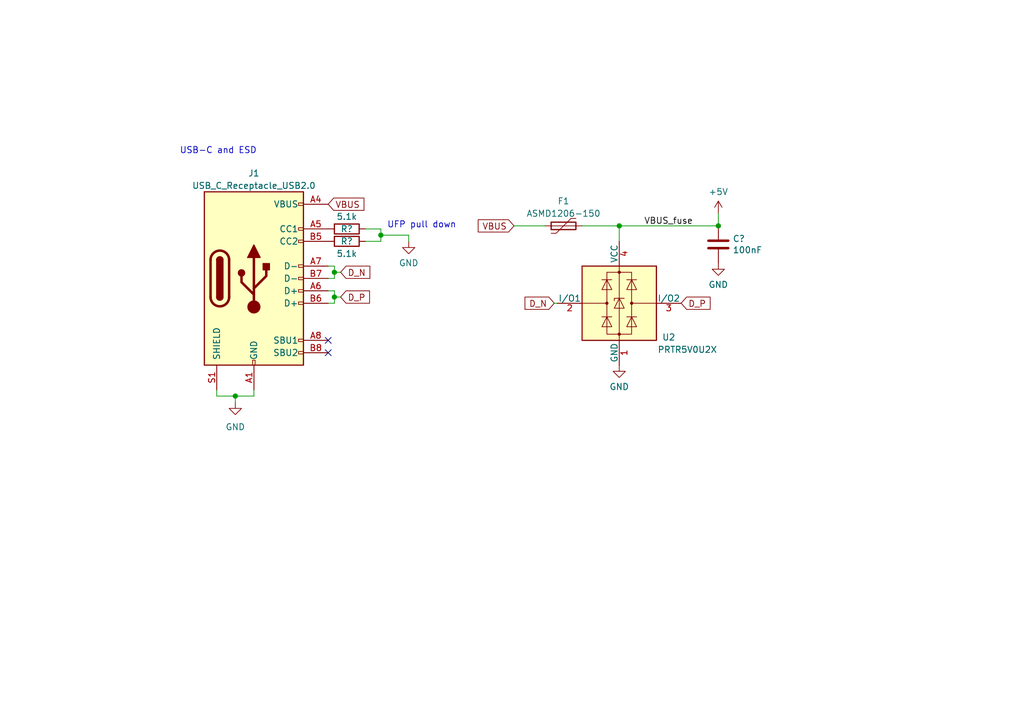
<source format=kicad_sch>
(kicad_sch (version 20230121) (generator eeschema)
  (paper "A5")
  (lib_symbols
    (symbol "+5V_1" (power) (pin_names (offset 0))
      (property "Value" "+5V_1" (at 0 3.556 0))
      (symbol "+5V_1_0_1"
        (polyline (pts (xy -0.762 1.27) (xy 0 2.54)))
        (polyline (pts (xy 0 0) (xy 0 2.54)))
        (polyline (pts (xy 0 2.54) (xy 0.762 1.27)))
      )
      (symbol "+5V_1_1_1"
        (pin power_in line (at 0 0 90) (length 0) hide (name "+5V") (number "1"))
      )
    )
    (symbol "Connector:USB_C_Receptacle_USB2.0" (pin_names (offset 1.016))
      (property "Reference" "J" (at -10.16 19.05 0))
      (property "Value" "USB_C_Receptacle_USB2.0" (at 19.05 19.05 0))
      (symbol "USB_C_Receptacle_USB2.0_0_0"
        (rectangle (start -0.254 -17.78) (end 0.254 -16.764))
        (rectangle (start 10.16 -14.986) (end 9.144 -15.494))
        (rectangle (start 10.16 -12.446) (end 9.144 -12.954))
        (rectangle (start 10.16 -4.826) (end 9.144 -5.334))
        (rectangle (start 10.16 -2.286) (end 9.144 -2.794))
        (rectangle (start 10.16 0.254) (end 9.144 -0.254))
        (rectangle (start 10.16 2.794) (end 9.144 2.286))
        (rectangle (start 10.16 7.874) (end 9.144 7.366))
        (rectangle (start 10.16 10.414) (end 9.144 9.906))
        (rectangle (start 10.16 15.494) (end 9.144 14.986))
      )
      (symbol "USB_C_Receptacle_USB2.0_0_1"
        (rectangle (start -10.16 17.78) (end 10.16 -17.78) (stroke (width 0.254)) (fill (type background)))
        (arc (start -8.89 -3.81) (mid -6.985 -5.7067) (end -5.08 -3.81) (stroke (width 0.508)))
        (arc (start -7.62 -3.81) (mid -6.985 -4.4423) (end -6.35 -3.81) (stroke (width 0.254)))
        (arc (start -7.62 -3.81) (mid -6.985 -4.4423) (end -6.35 -3.81) (stroke (width 0.254)) (fill (type outline)))
        (rectangle (start -7.62 -3.81) (end -6.35 3.81) (stroke (width 0.254)) (fill (type outline)))
        (arc (start -6.35 3.81) (mid -6.985 4.4423) (end -7.62 3.81) (stroke (width 0.254)))
        (arc (start -6.35 3.81) (mid -6.985 4.4423) (end -7.62 3.81) (stroke (width 0.254)) (fill (type outline)))
        (arc (start -5.08 3.81) (mid -6.985 5.7067) (end -8.89 3.81) (stroke (width 0.508)))
        (circle (center -2.54 1.143) (radius 0.635) (stroke (width 0.254)) (fill (type outline)))
        (circle (center 0 -5.842) (radius 1.27) (fill (type outline)))
        (polyline (pts (xy -8.89 -3.81) (xy -8.89 3.81)) (stroke (width 0.508)))
        (polyline (pts (xy -5.08 3.81) (xy -5.08 -3.81)) (stroke (width 0.508)))
        (polyline (pts (xy 0 -5.842) (xy 0 4.318)) (stroke (width 0.508)))
        (polyline (pts (xy 0 -3.302) (xy -2.54 -0.762) (xy -2.54 0.508)) (stroke (width 0.508)))
        (polyline (pts (xy 0 -2.032) (xy 2.54 0.508) (xy 2.54 1.778)) (stroke (width 0.508)))
        (polyline (pts (xy -1.27 4.318) (xy 0 6.858) (xy 1.27 4.318) (xy -1.27 4.318)) (stroke (width 0.254)) (fill (type outline)))
        (rectangle (start 1.905 1.778) (end 3.175 3.048) (stroke (width 0.254)) (fill (type outline)))
      )
      (symbol "USB_C_Receptacle_USB2.0_1_1"
        (pin passive line (at 0 -22.86 90) (length 5.08) (name "GND") (number "A1"))
        (pin passive line (at 0 -22.86 90) (length 5.08) hide (name "GND") (number "A12"))
        (pin passive line (at 15.24 15.24 180) (length 5.08) (name "VBUS") (number "A4"))
        (pin bidirectional line (at 15.24 10.16 180) (length 5.08) (name "CC1") (number "A5"))
        (pin bidirectional line (at 15.24 -2.54 180) (length 5.08) (name "D+") (number "A6"))
        (pin bidirectional line (at 15.24 2.54 180) (length 5.08) (name "D-") (number "A7"))
        (pin bidirectional line (at 15.24 -12.7 180) (length 5.08) (name "SBU1") (number "A8"))
        (pin passive line (at 15.24 15.24 180) (length 5.08) hide (name "VBUS") (number "A9"))
        (pin passive line (at 0 -22.86 90) (length 5.08) hide (name "GND") (number "B1"))
        (pin passive line (at 0 -22.86 90) (length 5.08) hide (name "GND") (number "B12"))
        (pin passive line (at 15.24 15.24 180) (length 5.08) hide (name "VBUS") (number "B4"))
        (pin bidirectional line (at 15.24 7.62 180) (length 5.08) (name "CC2") (number "B5"))
        (pin bidirectional line (at 15.24 -5.08 180) (length 5.08) (name "D+") (number "B6"))
        (pin bidirectional line (at 15.24 0 180) (length 5.08) (name "D-") (number "B7"))
        (pin bidirectional line (at 15.24 -15.24 180) (length 5.08) (name "SBU2") (number "B8"))
        (pin passive line (at 15.24 15.24 180) (length 5.08) hide (name "VBUS") (number "B9"))
        (pin passive line (at -7.62 -22.86 90) (length 5.08) (name "SHIELD") (number "S1"))
      )
    )
    (symbol "Device:C" (pin_numbers hide) (pin_names (offset 0.254))
      (property "Reference" "C" (at 0.635 2.54 0))
      (property "Value" "C" (at 0.635 -2.54 0))
      (symbol "C_0_1"
        (polyline (pts (xy -2.032 -0.762) (xy 2.032 -0.762)) (stroke (width 0.508)))
        (polyline (pts (xy -2.032 0.762) (xy 2.032 0.762)) (stroke (width 0.508)))
      )
      (symbol "C_1_1"
        (pin passive line (at 0 3.81 270) (length 2.794) (name "~") (number "1"))
        (pin passive line (at 0 -3.81 90) (length 2.794) (name "~") (number "2"))
      )
    )
    (symbol "Device:Polyfuse" (pin_numbers hide) (pin_names (offset 0))
      (property "Reference" "F" (at -2.54 0 90))
      (property "Value" "Polyfuse" (at 2.54 0 90))
      (symbol "Polyfuse_0_1"
        (rectangle (start -0.762 2.54) (end 0.762 -2.54) (stroke (width 0.254)))
        (polyline (pts (xy 0 2.54) (xy 0 -2.54)))
        (polyline (pts (xy -1.524 2.54) (xy -1.524 1.524) (xy 1.524 -1.524) (xy 1.524 -2.54)))
      )
      (symbol "Polyfuse_1_1"
        (pin passive line (at 0 3.81 270) (length 1.27) (name "~") (number "1"))
        (pin passive line (at 0 -3.81 90) (length 1.27) (name "~") (number "2"))
      )
    )
    (symbol "Device:R" (pin_numbers hide) (pin_names (offset 0))
      (property "Reference" "R" (at 2.032 0 90))
      (property "Value" "R" (at 0 0 90))
      (symbol "R_0_1"
        (rectangle (start -1.016 -2.54) (end 1.016 2.54) (stroke (width 0.254)))
      )
      (symbol "R_1_1"
        (pin passive line (at 0 3.81 270) (length 1.27) (name "~") (number "1"))
        (pin passive line (at 0 -3.81 90) (length 1.27) (name "~") (number "2"))
      )
    )
    (symbol "Power_Protection:PRTR5V0U2X" (pin_names (offset 0))
      (property "Reference" "D" (at 2.794 8.636 0))
      (property "Value" "PRTR5V0U2X" (at 8.128 -9.398 0))
      (symbol "PRTR5V0U2X_0_1"
        (rectangle (start -7.62 -7.62) (end 7.62 7.62) (stroke (width 0.254)) (fill (type background)))
        (circle (center -2.54 0) (radius 0.254) (fill (type outline)))
        (rectangle (start -2.54 6.35) (end 2.54 -6.35))
        (circle (center 0 -6.35) (radius 0.254) (fill (type outline)))
        (polyline (pts (xy -2.54 0) (xy -7.62 0)))
        (polyline (pts (xy -1.524 -2.794) (xy -3.556 -2.794)))
        (polyline (pts (xy -1.524 4.826) (xy -3.556 4.826)))
        (polyline (pts (xy 0 -7.62) (xy 0 7.62)))
        (polyline (pts (xy 1.524 -2.794) (xy 3.556 -2.794)))
        (polyline (pts (xy 1.524 4.826) (xy 3.556 4.826)))
        (polyline (pts (xy 2.54 0) (xy 7.62 0)))
        (polyline (pts (xy 1.016 1.016) (xy -1.016 1.016) (xy -1.016 0.508)))
        (polyline (pts (xy -3.556 -4.826) (xy -1.524 -4.826) (xy -2.54 -2.794) (xy -3.556 -4.826)))
        (polyline (pts (xy -3.556 2.794) (xy -1.524 2.794) (xy -2.54 4.826) (xy -3.556 2.794)))
        (polyline (pts (xy -1.016 -1.016) (xy 1.016 -1.016) (xy 0 1.016) (xy -1.016 -1.016)))
        (polyline (pts (xy 3.556 -4.826) (xy 1.524 -4.826) (xy 2.54 -2.794) (xy 3.556 -4.826)))
        (polyline (pts (xy 3.556 2.794) (xy 1.524 2.794) (xy 2.54 4.826) (xy 3.556 2.794)))
        (circle (center 0 6.35) (radius 0.254) (fill (type outline)))
        (circle (center 2.54 0) (radius 0.254) (fill (type outline)))
      )
      (symbol "PRTR5V0U2X_1_1"
        (pin passive line (at 0 -12.7 90) (length 5.08) (name "GND") (number "1"))
        (pin passive line (at -12.7 0 0) (length 5.08) (name "I/O1") (number "2"))
        (pin passive line (at 12.7 0 180) (length 5.08) (name "I/O2") (number "3"))
        (pin passive line (at 0 12.7 270) (length 5.08) (name "VCC") (number "4"))
      )
    )
    (symbol "power:GND" (power) (pin_names (offset 0))
      (property "Value" "GND" (at 0 -3.81 0))
      (symbol "GND_0_1"
        (polyline (pts (xy 0 0) (xy 0 -1.27) (xy 1.27 -1.27) (xy 0 -2.54) (xy -1.27 -1.27) (xy 0 -1.27)))
      )
      (symbol "GND_1_1"
        (pin power_in line (at 0 0 270) (length 0) hide (name "GND") (number "1"))
      )
    )
  )
  (junction (at 78.105 48.26))
  (junction (at 48.26 81.28))
  (junction (at 147.32 46.355))
  (junction (at 68.58 60.96))
  (junction (at 127 46.355))
  (junction (at 68.58 55.88))
  (no_connect (at 67.31 72.39))
  (no_connect (at 67.31 69.85))
  (wire (pts (xy 68.58 55.88) (xy 69.85 55.88)))
  (wire (pts (xy 127 46.355) (xy 127 49.53)))
  (wire (pts (xy 127 46.355) (xy 147.32 46.355)))
  (wire (pts (xy 74.93 49.53) (xy 78.105 49.53)))
  (wire (pts (xy 113.665 62.23) (xy 114.3 62.23)))
  (wire (pts (xy 74.93 46.99) (xy 78.105 46.99)))
  (wire (pts (xy 68.58 59.69) (xy 68.58 60.96)))
  (wire (pts (xy 78.105 48.26) (xy 78.105 46.99)))
  (wire (pts (xy 78.105 48.26) (xy 83.82 48.26)))
  (wire (pts (xy 44.45 81.28) (xy 48.26 81.28)))
  (wire (pts (xy 44.45 80.01) (xy 44.45 81.28)))
  (wire (pts (xy 67.31 54.61) (xy 68.58 54.61)))
  (wire (pts (xy 68.58 60.96) (xy 69.85 60.96)))
  (wire (pts (xy 67.31 62.23) (xy 68.58 62.23)))
  (wire (pts (xy 68.58 54.61) (xy 68.58 55.88)))
  (wire (pts (xy 48.26 81.28) (xy 52.07 81.28)))
  (wire (pts (xy 78.105 49.53) (xy 78.105 48.26)))
  (wire (pts (xy 67.31 57.15) (xy 68.58 57.15)))
  (wire (pts (xy 48.26 82.55) (xy 48.26 81.28)))
  (wire (pts (xy 52.07 81.28) (xy 52.07 80.01)))
  (wire (pts (xy 147.32 43.815) (xy 147.32 46.355)))
  (wire (pts (xy 68.58 62.23) (xy 68.58 60.96)))
  (wire (pts (xy 67.31 59.69) (xy 68.58 59.69)))
  (wire (pts (xy 68.58 55.88) (xy 68.58 57.15)))
  (wire (pts (xy 83.82 48.26) (xy 83.82 49.53)))
  (wire (pts (xy 119.38 46.355) (xy 127 46.355)))
  (wire (pts (xy 105.41 46.355) (xy 111.76 46.355)))
  (text "UFP pull down" (at 79.375 46.99 0) (effects (font (size 1.27 1.27)) (justify left bottom)))
  (text "USB-C and ESD" (at 36.83 31.75 0) (effects (font (size 1.27 1.27)) (justify left bottom)))
  (label "VBUS_fuse" (at 132.08 46.355 0))
  (global_label "VBUS" (shape input) (at 105.41 46.355 180) (property "Intersheetrefs" "${INTERSHEET_REFS}" (effects hide)))
  (global_label "D_P" (shape input) (at 69.85 60.96 0) (property "Intersheetrefs" "${INTERSHEET_REFS}" (effects hide)))
  (global_label "D_N" (shape input) (at 69.85 55.88 0) (property "Intersheetrefs" "${INTERSHEET_REFS}" (effects hide)))
  (global_label "VBUS" (shape input) (at 67.31 41.91 0) (property "Intersheetrefs" "${INTERSHEET_REFS}" (effects hide)))
  (global_label "D_N" (shape input) (at 113.665 62.23 180) (property "Intersheetrefs" "${INTERSHEET_REFS}" (effects hide)))
  (global_label "D_P" (shape input) (at 139.7 62.23 0) (property "Intersheetrefs" "${INTERSHEET_REFS}" (effects hide)))
  (symbol (lib_id "Power_Protection:PRTR5V0U2X") (at 127 62.23 0) (unit 1)
    (property "Reference" "U2" (at 137.16 69.215 0))
    (property "Value" "PRTR5V0U2X" (at 140.97 71.755 0))
    (property "Footprint" "Package_TO_SOT_SMD:SOT-143" (effects hide))
    (property "Datasheet" "https://assets.nexperia.com/documents/data-sheet/PRTR5V0U2X.pdf" (effects hide))
    (property "LCSC" "C2827688" (effects hide))
    (property "JlcRotOffset" "90" (effects hide))
    (instances (project "stm32_hotswap_chiffre" (path "" (reference "U2") (unit 1))) (project "pandemonium EC 2 Layer" (path "" (reference "U11") (unit 1))) (project "EC60-Rev_1_1" (path "" (reference "D1") (unit 1))))
  )
  (symbol (lib_id "Device:R") (at 71.12 46.99 270) (unit 1)
    (property "Reference" "R?" (at 71.12 46.99 90))
    (property "Value" "5.1k" (at 71.12 44.45 90))
    (property "Footprint" "Resistor_SMD:R_0402_1005Metric" (effects hide))
    (instances (project "LeChiffre" (path "" (reference "R?") (unit 1))) (project "stm32_hotswap_chiffre" (path "" (reference "R1") (unit 1))) (project "pandemonium EC 2 Layer" (path "" (reference "R29") (unit 1))))
  )
  (symbol (lib_name "+5V_1") (lib_id "power:+5V") (at 147.32 43.815 0) (unit 1)
    (property "Reference" "#PWR010" (effects hide))
    (property "Value" "+5V" (at 147.32 39.37 0))
    (instances (project "stm32_hotswap_chiffre" (path "" (reference "#PWR010") (unit 1))) (project "pandemonium EC 2 Layer" (path "" (reference "#PWR064") (unit 1))))
  )
  (symbol (lib_id "Device:R") (at 71.12 49.53 270) (mirror x) (unit 1)
    (property "Reference" "R?" (at 71.12 49.53 90))
    (property "Value" "5.1k" (at 71.12 52.07 90))
    (property "Footprint" "Resistor_SMD:R_0402_1005Metric" (effects hide))
    (instances (project "LeChiffre" (path "" (reference "R?") (unit 1))) (project "stm32_hotswap_chiffre" (path "" (reference "R2") (unit 1))) (project "pandemonium EC 2 Layer" (path "" (reference "R30") (unit 1))))
  )
  (symbol (lib_id "power:GND") (at 127 74.93 0) (unit 1)
    (property "Reference" "#PWR04" (effects hide))
    (property "Value" "GND" (at 127 79.375 0))
    (instances (project "stm32_hotswap_chiffre" (path "" (reference "#PWR04") (unit 1))) (project "pandemonium EC 2 Layer" (path "" (reference "#PWR03") (unit 1))))
  )
  (symbol (lib_id "Device:C") (at 147.32 50.165 0) (unit 1)
    (property "Reference" "C?" (at 150.241 48.9966 0) (effects (justify left)))
    (property "Value" "100nF" (at 150.241 51.308 0) (effects (justify left)))
    (property "Footprint" "Capacitor_SMD:C_0402_1005Metric" (effects hide))
    (property "LCSC" "C307331" (effects hide))
    (instances (project "LeChiffre" (path "" (reference "C?") (unit 1))) (project "stm32_hotswap_chiffre" (path "" (reference "C8") (unit 1))) (project "pandemonium EC 2 Layer" (path "" (reference "C44") (unit 1))))
  )
  (symbol (lib_id "power:GND") (at 83.82 49.53 0) (unit 1)
    (property "Reference" "#PWR04" (effects hide))
    (property "Value" "GND" (at 83.82 53.975 0))
    (instances (project "stm32_hotswap_chiffre" (path "" (reference "#PWR04") (unit 1))) (project "pandemonium EC 2 Layer" (path "" (reference "#PWR065") (unit 1))))
  )
  (symbol (lib_id "power:GND") (at 147.32 53.975 0) (unit 1)
    (property "Reference" "#PWR013" (effects hide))
    (property "Value" "GND" (at 147.32 58.42 0))
    (instances (project "stm32_hotswap_chiffre" (path "" (reference "#PWR013") (unit 1))) (project "pandemonium EC 2 Layer" (path "" (reference "#PWR066") (unit 1))))
  )
  (symbol (lib_id "power:GND") (at 48.26 82.55 0) (unit 1)
    (property "Reference" "#PWR08" (effects hide))
    (property "Value" "GND" (at 48.26 87.63 0))
    (instances (project "stm32_hotswap_chiffre" (path "" (reference "#PWR08") (unit 1))) (project "pandemonium EC 2 Layer" (path "" (reference "#PWR070") (unit 1))))
  )
  (symbol (lib_id "Device:Polyfuse") (at 115.57 46.355 90) (unit 1)
    (property "Reference" "F1" (at 115.57 41.275 90))
    (property "Value" "ASMD1206-150" (at 115.57 43.815 90))
    (property "Footprint" "Fuse:Fuse_1206_3216Metric" (effects hide))
    (property "LCSC" "C135341" (effects hide))
    (instances (project "stm32_hotswap_chiffre" (path "" (reference "F1") (unit 1))) (project "pandemonium EC 2 Layer" (path "" (reference "F3") (unit 1))))
  )
  (symbol (lib_id "Connector:USB_C_Receptacle_USB2.0") (at 52.07 57.15 0) (unit 1)
    (property "Reference" "J1" (at 52.07 35.56 0))
    (property "Value" "USB_C_Receptacle_USB2.0" (at 52.07 38.1 0))
    (property "Footprint" "Connector_USB:USB_C_Receptacle_HRO_TYPE-C-31-M-12" (effects hide))
    (property "Datasheet" "https://www.usb.org/sites/default/files/documents/usb_type-c.zip" (effects hide))
    (property "JlcRotOffset" "180" (effects hide))
    (property "JlcPosOffset" "0,1.5" (effects hide))
  )
)
</source>
